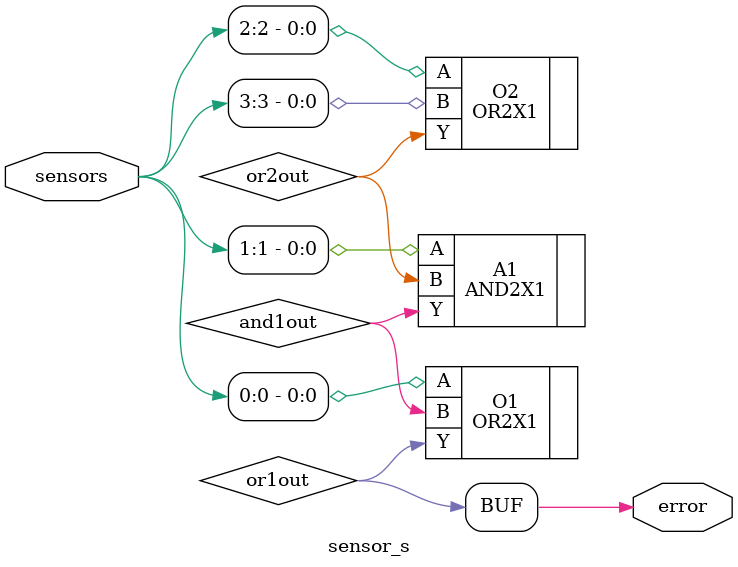
<source format=sv>

module sensor_s (sensors, error);
  input [3:0] sensors;
  output error;

  wire or1out;
  wire or2out;
  wire and1out;

  OR2X1 O2 (.Y(or2out), .A(sensors[2]), .B(sensors[3]));
  AND2X1 A1 (.Y(and1out), .A(sensors[1]), .B(or2out));  
  OR2X1 O1 (.Y(or1out), .A(sensors[0]), .B(and1out));

  assign error = or1out;
endmodule

</source>
